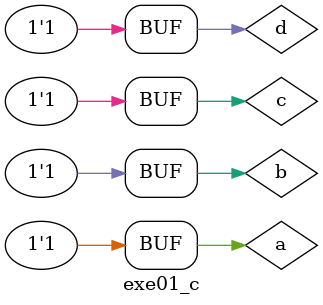
<source format=v>
/** 
Preparacao 01 - c 
Aluna: Izadora Galarza Alves
*/

module SoP (output s,
input a, 
input b,
input c,
input d);

assign s = (~a & c & ~d)
          | (b & c)
          | (a & b & ~d);

endmodule 

module exe01_c;

reg a,b,c,d;
wire s;

SoP SOP1 (s,a,b,c,d);

initial 
begin: start

a= 1'bx; b= 1'bx; c= 1'bx; d= 1'bx;
end

initial 
begin: main

$display("Exercicio 1 - c - Izadora Galarza Alves");
$display ("(a' . c. d') + (b . c) + (a . b. d')");
$display( "a   b   c   d   s");
$monitor("%2b %2b %2b %2b = %2b", a,b,c,d,s);

#1 a=0; b=0; c=0; d=0;
#1 a=0; b=0; c=0; d=1;
#1 a=0; b=0; c=1; d=0;
#1 a=0; b=0; c=1; d=1;
#1 a=0; b=1; c=0; d=0;
#1 a=0; b=1; c=0; d=1;
#1 a=0; b=1; c=1; d=0;
#1 a=0; b=1; c=1; d=1;
#1 a=1; b=0; c=0; d=0;
#1 a=1; b=0; c=0; d=1;
#1 a=1; b=0; c=1; d=0;
#1 a=1; b=0; c=1; d=1;
#1 a=1; b=1; c=0; d=0;
#1 a=1; b=1; c=0; d=1;
#1 a=1; b=1; c=1; d=0;
#1 a=1; b=1; c=1; d=1;

end
endmodule
</source>
